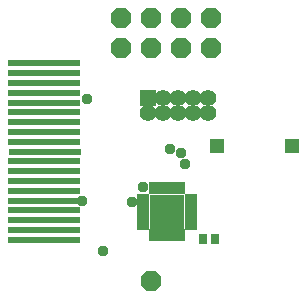
<source format=gbr>
G04 EAGLE Gerber RS-274X export*
G75*
%MOMM*%
%FSLAX34Y34*%
%LPD*%
%INSoldermask Top*%
%IPPOS*%
%AMOC8*
5,1,8,0,0,1.08239X$1,22.5*%
G01*
G04 Define Apertures*
%ADD10R,1.311200X1.311200*%
%ADD11R,0.763200X0.832300*%
%ADD12R,0.503200X1.003200*%
%ADD13R,1.003200X0.503200*%
%ADD14R,2.953200X2.953200*%
%ADD15R,1.411200X1.411200*%
%ADD16C,1.411200*%
%ADD17P,1.8695X8X22.5*%
%ADD18R,6.203200X0.613200*%
%ADD19C,0.959600*%
D10*
X971550Y365760D03*
X908050Y365760D03*
D11*
X896854Y287020D03*
X906546Y287020D03*
D12*
X853640Y289880D03*
X858640Y289880D03*
X863640Y289880D03*
X868640Y289880D03*
X873640Y289880D03*
X878640Y289880D03*
D13*
X886140Y297380D03*
X886140Y302380D03*
X886140Y307380D03*
X886140Y312380D03*
X886140Y317380D03*
X886140Y322380D03*
D12*
X878640Y329880D03*
X873640Y329880D03*
X868640Y329880D03*
X863640Y329880D03*
X858640Y329880D03*
X853640Y329880D03*
D13*
X846140Y322380D03*
X846140Y317380D03*
X846140Y312380D03*
X846140Y307380D03*
X846140Y302380D03*
X846140Y297380D03*
D14*
X866140Y309880D03*
D15*
X849721Y406400D03*
D16*
X849721Y393700D03*
X862421Y406400D03*
X862421Y393700D03*
X875121Y406400D03*
X875121Y393700D03*
X887821Y406400D03*
X887821Y393700D03*
X900521Y406400D03*
X900521Y393700D03*
D17*
X826770Y448310D03*
X826770Y473710D03*
X852170Y448310D03*
X852170Y473710D03*
X877570Y448310D03*
X877570Y473710D03*
X902970Y448310D03*
X902970Y473710D03*
D18*
X762000Y435610D03*
X762000Y427310D03*
X762000Y419010D03*
X762300Y410710D03*
X762000Y402410D03*
X762000Y394110D03*
X762100Y385810D03*
X762100Y377510D03*
X762100Y369210D03*
X762400Y360910D03*
X762100Y352610D03*
X762100Y344310D03*
X762000Y336010D03*
X762000Y327710D03*
X762000Y319410D03*
X762300Y311110D03*
X761900Y302810D03*
X761900Y294510D03*
X761900Y286210D03*
D17*
X852170Y251460D03*
D19*
X877824Y359664D03*
X793750Y318770D03*
X811530Y276606D03*
X836676Y318516D03*
X845820Y330708D03*
X881380Y350520D03*
X798576Y405384D03*
X868680Y362712D03*
M02*

</source>
